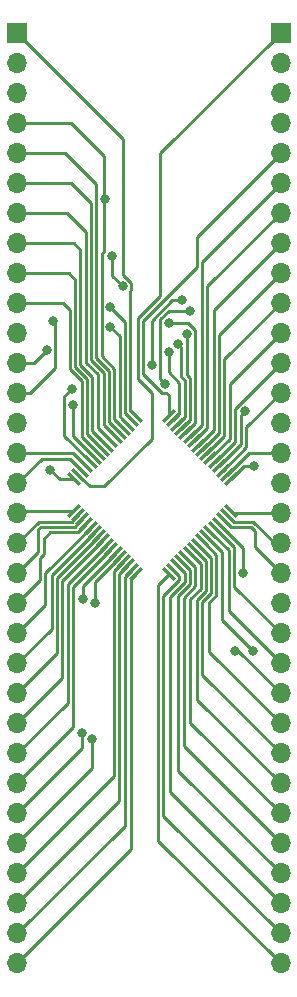
<source format=gbr>
%TF.GenerationSoftware,KiCad,Pcbnew,7.0.5*%
%TF.CreationDate,2023-07-24T11:34:01-05:00*%
%TF.ProjectId,AcoplePic32,41636f70-6c65-4506-9963-33322e6b6963,rev?*%
%TF.SameCoordinates,Original*%
%TF.FileFunction,Copper,L1,Top*%
%TF.FilePolarity,Positive*%
%FSLAX46Y46*%
G04 Gerber Fmt 4.6, Leading zero omitted, Abs format (unit mm)*
G04 Created by KiCad (PCBNEW 7.0.5) date 2023-07-24 11:34:01*
%MOMM*%
%LPD*%
G01*
G04 APERTURE LIST*
G04 Aperture macros list*
%AMRotRect*
0 Rectangle, with rotation*
0 The origin of the aperture is its center*
0 $1 length*
0 $2 width*
0 $3 Rotation angle, in degrees counterclockwise*
0 Add horizontal line*
21,1,$1,$2,0,0,$3*%
G04 Aperture macros list end*
%TA.AperFunction,ComponentPad*%
%ADD10R,1.700000X1.700000*%
%TD*%
%TA.AperFunction,ComponentPad*%
%ADD11O,1.700000X1.700000*%
%TD*%
%TA.AperFunction,SMDPad,CuDef*%
%ADD12RotRect,0.279400X1.346200X45.000000*%
%TD*%
%TA.AperFunction,SMDPad,CuDef*%
%ADD13RotRect,0.279400X1.346200X315.000000*%
%TD*%
%TA.AperFunction,ViaPad*%
%ADD14C,0.800000*%
%TD*%
%TA.AperFunction,Conductor*%
%ADD15C,0.250000*%
%TD*%
G04 APERTURE END LIST*
D10*
%TO.P,J1,1,Pin_1*%
%TO.N,Net-(J1-Pin_1)*%
X110869709Y-51898058D03*
D11*
%TO.P,J1,2,Pin_2*%
%TO.N,MuEnable1H*%
X110869709Y-54438058D03*
%TO.P,J1,3,Pin_3*%
%TO.N,MuEnable1L*%
X110869709Y-56978058D03*
%TO.P,J1,4,Pin_4*%
%TO.N,An17*%
X110869709Y-59518058D03*
%TO.P,J1,5,Pin_5*%
%TO.N,Net-(J1-Pin_5)*%
X110869709Y-62058058D03*
%TO.P,J1,6,Pin_6*%
%TO.N,Net-(J1-Pin_6)*%
X110869709Y-64598058D03*
%TO.P,J1,7,Pin_7*%
%TO.N,Net-(J1-Pin_7)*%
X110869709Y-67138058D03*
%TO.P,J1,8,Pin_8*%
%TO.N,Net-(J1-Pin_8)*%
X110869709Y-69678058D03*
%TO.P,J1,9,Pin_9*%
%TO.N,VSS9*%
X110869709Y-72218058D03*
%TO.P,J1,10,Pin_10*%
%TO.N,Net-(J1-Pin_10)*%
X110869709Y-74758058D03*
%TO.P,J1,11,Pin_11*%
%TO.N,MuPWM1H*%
X110869709Y-77298058D03*
%TO.P,J1,12,Pin_12*%
%TO.N,MuPWM1L*%
X110869709Y-79838058D03*
%TO.P,J1,13,Pin_13*%
%TO.N,MuPWM3H*%
X110869709Y-82378058D03*
%TO.P,J1,14,Pin_14*%
%TO.N,MuPWM3L*%
X110869709Y-84918058D03*
%TO.P,J1,15,Pin_15*%
%TO.N,QEIA3*%
X110869709Y-87458058D03*
%TO.P,J1,16,Pin_16*%
%TO.N,QEIB3*%
X110869709Y-89998058D03*
%TO.P,J1,17,Pin_17*%
%TO.N,Net-(J1-Pin_17)*%
X110869709Y-92538058D03*
%TO.P,J1,18,Pin_18*%
%TO.N,Net-(J1-Pin_18)*%
X110869709Y-95078058D03*
%TO.P,J1,19,Pin_19*%
%TO.N,Net-(J1-Pin_19)*%
X110869709Y-97618058D03*
%TO.P,J1,20,Pin_20*%
%TO.N,Net-(J1-Pin_20)*%
X110869709Y-100158058D03*
%TO.P,J1,21,Pin_21*%
%TO.N,Net-(J1-Pin_21)*%
X110869709Y-102698058D03*
%TO.P,J1,22,Pin_22*%
%TO.N,Net-(J1-Pin_22)*%
X110869709Y-105238058D03*
%TO.P,J1,23,Pin_23*%
%TO.N,Net-(J1-Pin_23)*%
X110869709Y-107778058D03*
%TO.P,J1,24,Pin_24*%
%TO.N,Net-(J1-Pin_24)*%
X110869709Y-110318058D03*
%TO.P,J1,25,Pin_25*%
%TO.N,Net-(J1-Pin_25)*%
X110869709Y-112858058D03*
%TO.P,J1,26,Pin_26*%
%TO.N,Net-(J1-Pin_26)*%
X110869709Y-115398058D03*
%TO.P,J1,27,Pin_27*%
%TO.N,MuPWM2H*%
X110869709Y-117938058D03*
%TO.P,J1,28,Pin_28*%
%TO.N,MuPWM2L*%
X110869709Y-120478058D03*
%TO.P,J1,29,Pin_29*%
%TO.N,QEIA2*%
X110869709Y-123018058D03*
%TO.P,J1,30,Pin_30*%
%TO.N,QEIB2*%
X110869709Y-125558058D03*
%TO.P,J1,31,Pin_31*%
%TO.N,Net-(J1-Pin_31)*%
X110869709Y-128098058D03*
%TO.P,J1,32,Pin_32*%
%TO.N,Net-(J1-Pin_32)*%
X110869709Y-130638058D03*
%TD*%
%TO.P,J3,33,Pin_32*%
%TO.N,Net-(J3-Pin_32)*%
X133169709Y-130638058D03*
%TO.P,J3,34,Pin_31*%
%TO.N,Net-(J3-Pin_31)*%
X133169709Y-128098058D03*
%TO.P,J3,35,Pin_30*%
%TO.N,Net-(J3-Pin_30)*%
X133169709Y-125558058D03*
%TO.P,J3,36,Pin_29*%
%TO.N,Net-(J3-Pin_29)*%
X133169709Y-123018058D03*
%TO.P,J3,37,Pin_28*%
%TO.N,Net-(J3-Pin_28)*%
X133169709Y-120478058D03*
%TO.P,J3,38,Pin_27*%
%TO.N,Net-(J3-Pin_27)*%
X133169709Y-117938058D03*
%TO.P,J3,39,Pin_26*%
%TO.N,Net-(J3-Pin_26)*%
X133169709Y-115398058D03*
%TO.P,J3,40,Pin_25*%
%TO.N,Net-(J3-Pin_25)*%
X133169709Y-112858058D03*
%TO.P,J3,41,Pin_24*%
%TO.N,VSS*%
X133169709Y-110318058D03*
%TO.P,J3,42,Pin_23*%
%TO.N,UART_TX*%
X133169709Y-107778058D03*
%TO.P,J3,43,Pin_22*%
%TO.N,RS232TX*%
X133169709Y-105238058D03*
%TO.P,J3,44,Pin_21*%
%TO.N,UART_RX*%
X133169709Y-102698058D03*
%TO.P,J3,45,Pin_20*%
%TO.N,RS232RX*%
X133169709Y-100158058D03*
%TO.P,J3,46,Pin_19*%
%TO.N,Net-(J3-Pin_19)*%
X133169709Y-97618058D03*
%TO.P,J3,47,Pin_18*%
%TO.N,Net-(J3-Pin_18)*%
X133169709Y-95078058D03*
%TO.P,J3,48,Pin_17*%
%TO.N,Net-(J3-Pin_17)*%
X133169709Y-92538058D03*
%TO.P,J3,49,Pin_16*%
%TO.N,Net-(J3-Pin_16)*%
X133169709Y-89998058D03*
%TO.P,J3,50,Pin_15*%
%TO.N,Net-(J3-Pin_15)*%
X133169709Y-87458058D03*
%TO.P,J3,51,Pin_14*%
%TO.N,QEIB1*%
X133169709Y-84918058D03*
%TO.P,J3,52,Pin_13*%
%TO.N,QEIA1*%
X133169709Y-82378058D03*
%TO.P,J3,53,Pin_12*%
%TO.N,Net-(J3-Pin_12)*%
X133169709Y-79838058D03*
%TO.P,J3,54,Pin_11*%
%TO.N,Net-(J3-Pin_11)*%
X133169709Y-77298058D03*
%TO.P,J3,55,Pin_10*%
%TO.N,Net-(J3-Pin_10)*%
X133169709Y-74758058D03*
%TO.P,J3,56,Pin_9*%
%TO.N,Net-(J3-Pin_9)*%
X133169709Y-72218058D03*
%TO.P,J3,57,Pin_8*%
%TO.N,Net-(J3-Pin_8)*%
X133169709Y-69678058D03*
%TO.P,J3,58,Pin_7*%
%TO.N,Net-(J3-Pin_7)*%
X133169709Y-67138058D03*
%TO.P,J3,59,Pin_6*%
%TO.N,Net-(J3-Pin_6)*%
X133169709Y-64598058D03*
%TO.P,J3,60,Pin_5*%
%TO.N,Net-(J3-Pin_5)*%
X133169709Y-62058058D03*
%TO.P,J3,61,Pin_4*%
%TO.N,MuEnable3L*%
X133169709Y-59518058D03*
%TO.P,J3,62,Pin_3*%
%TO.N,MuEnable3H*%
X133169709Y-56978058D03*
%TO.P,J3,63,Pin_2*%
%TO.N,MuEnable2L*%
X133169709Y-54438058D03*
D10*
%TO.P,J3,64,Pin_1*%
%TO.N,MuEnable2H*%
X133169709Y-51898058D03*
%TD*%
D12*
%TO.P,U1,1,TCK/RPA7/PWM10H/PWM4L/PMD5/RA7*%
%TO.N,Net-(J1-Pin_1)*%
X120971651Y-84334175D03*
%TO.P,U1,2,RPB14/PWM1H/VBUSON1/PMD6/RB14*%
%TO.N,MuPWM1H*%
X120618098Y-84687728D03*
%TO.P,U1,3,RPB15/PWM7H/PWM1L/PMD7/RB15*%
%TO.N,MuPWM1L*%
X120264544Y-85041282D03*
%TO.P,U1,4,AN19/CVD19/RPG6/PMA5/RG6*%
%TO.N,An17*%
X119910991Y-85394835D03*
%TO.P,U1,5,AN18/CVD18/RPG7/PMA4/RG7*%
%TO.N,Net-(J1-Pin_5)*%
X119557437Y-85748389D03*
%TO.P,U1,6,AN17/CVD17/RPG8/PMA3/RG8*%
%TO.N,Net-(J1-Pin_6)*%
X119203884Y-86101942D03*
%TO.P,U1,7,MCLR*%
%TO.N,Net-(J1-Pin_7)*%
X118850331Y-86455495D03*
%TO.P,U1,8,AN16/CVD16/RPG9/PMA2/RG9*%
%TO.N,Net-(J1-Pin_8)*%
X118496777Y-86809049D03*
%TO.P,U1,9,VSS*%
%TO.N,VSS9*%
X118143224Y-87162602D03*
%TO.P,U1,10,VDD*%
%TO.N,Net-(J1-Pin_10)*%
X117789670Y-87516156D03*
%TO.P,U1,11,AN10/CVD10/RPA12/RA12*%
%TO.N,MuEnable1H*%
X117436117Y-87869709D03*
%TO.P,U1,12,AN9/CVD9/RPA11/USBOEN1/RA11*%
%TO.N,MuEnable1L*%
X117082564Y-88223262D03*
%TO.P,U1,13,OA2OUT/AN0/C2IN4-/C4IN3-/RPA0/RA0*%
%TO.N,QEIA3*%
X116729010Y-88576816D03*
%TO.P,U1,14,OA2IN+/AN1/C2IN1+/RPA1/RA1*%
%TO.N,QEIB3*%
X116375457Y-88930369D03*
%TO.P,U1,15,PGD3/VREF-/OA2IN-/AN2/C2IN1-/RPB0/CTED2/RB0*%
%TO.N,MuEnable2H*%
X116021903Y-89283923D03*
%TO.P,U1,16,PGC3/OA1OUT/VREF+/AN3/C1IN4-/C4IN2-/RPB1/CTED1/PMA6/RB1*%
%TO.N,MuEnable2L*%
X115668350Y-89637476D03*
D13*
%TO.P,U1,17,PGC1/OA1IN+/AN4/C1IN1+/C1IN3-/C2IN3-/RPB2/RB2*%
%TO.N,Net-(J1-Pin_17)*%
X115668350Y-92362524D03*
%TO.P,U1,18,PGD1/OA1IN-/AN5/CTCMP/C1IN1-/RTCC/RPB3/RB3*%
%TO.N,Net-(J1-Pin_18)*%
X116021903Y-92716077D03*
%TO.P,U1,19,AVDD*%
%TO.N,Net-(J1-Pin_19)*%
X116375457Y-93069631D03*
%TO.P,U1,20,AVSS*%
%TO.N,Net-(J1-Pin_20)*%
X116729010Y-93423184D03*
%TO.P,U1,21,OA3OUT/AN6/CVD6/C3IN4-/C4IN1+/C4IN4-/RPC0/RC0*%
%TO.N,Net-(J1-Pin_21)*%
X117082564Y-93776738D03*
%TO.P,U1,22,OA3IN-/AN7/CVD7/C3IN1-/C4IN1-/RPC1/PMA7/RC1*%
%TO.N,Net-(J1-Pin_22)*%
X117436117Y-94130291D03*
%TO.P,U1,23,OA3IN+/AN8/CVD8/C3IN1+/C3IN3-/RPC2/FLT3/PMA13/RC2*%
%TO.N,Net-(J1-Pin_23)*%
X117789670Y-94483844D03*
%TO.P,U1,24,AN11/CVD11/C1IN2-/FLT4/PMA12/RC11*%
%TO.N,Net-(J1-Pin_24)*%
X118143224Y-94837398D03*
%TO.P,U1,25,VSS*%
%TO.N,Net-(J1-Pin_25)*%
X118496777Y-95190951D03*
%TO.P,U1,26,VDD*%
%TO.N,Net-(J1-Pin_26)*%
X118850331Y-95544505D03*
%TO.P,U1,27,AN12/CVD12/C2IN2-/C5IN2-/FLT5/PMA11/RE12*%
%TO.N,MuEnable3H*%
X119203884Y-95898058D03*
%TO.P,U1,28,AN13/CVD13/C3IN2-/FLT6/PMA10/RE13*%
%TO.N,MuEnable3L*%
X119557437Y-96251611D03*
%TO.P,U1,29,AN14/CVD14/RPE14/FLT7/PMA1/RE14*%
%TO.N,QEIA2*%
X119910991Y-96605165D03*
%TO.P,U1,30,AN15/CVD15/RPE15/FLT8/PMA0/RE15*%
%TO.N,QEIB2*%
X120264544Y-96958718D03*
%TO.P,U1,31,TDI/DAC3/AN26/CVD26/RPA8/PMA9/RA8*%
%TO.N,Net-(J1-Pin_31)*%
X120618098Y-97312272D03*
%TO.P,U1,32,FLT15/RPB4/PMA8/RB4*%
%TO.N,Net-(J1-Pin_32)*%
X120971651Y-97665825D03*
D12*
%TO.P,U1,33,OA5IN+/DAC1/AN24/CVD24/C5IN1+/C5IN3-/RPA4/T1CK/RA4*%
%TO.N,Net-(J3-Pin_32)*%
X123696699Y-97665825D03*
%TO.P,U1,34,VBUS*%
%TO.N,Net-(J3-Pin_31)*%
X124050252Y-97312272D03*
%TO.P,U1,35,VUSB3V3*%
%TO.N,Net-(J3-Pin_30)*%
X124403806Y-96958718D03*
%TO.P,U1,36,D-*%
%TO.N,Net-(J3-Pin_29)*%
X124757359Y-96605165D03*
%TO.P,U1,37,D+*%
%TO.N,Net-(J3-Pin_28)*%
X125110913Y-96251611D03*
%TO.P,U1,38,VDD*%
%TO.N,Net-(J3-Pin_27)*%
X125464466Y-95898058D03*
%TO.P,U1,39,OSCI/CLKI/AN49/CVD49/RPC12/RC12*%
%TO.N,Net-(J3-Pin_26)*%
X125818019Y-95544505D03*
%TO.P,U1,40,OSCO/CLKO/RPC15/RC15*%
%TO.N,Net-(J3-Pin_25)*%
X126171573Y-95190951D03*
%TO.P,U1,41,VSS*%
%TO.N,VSS*%
X126525126Y-94837398D03*
%TO.P,U1,42,RD8*%
%TO.N,Net-(J3-Pin_16)*%
X126878680Y-94483844D03*
%TO.P,U1,43,PGD2/RPB5/USBID1/RB5*%
%TO.N,RS232TX*%
X127232233Y-94130291D03*
%TO.P,U1,44,PGC2/RPB6/SCK2/PMA15/RB6*%
%TO.N,UART_RX*%
X127585786Y-93776738D03*
%TO.P,U1,45,DAC2/AN48/CVD48/RPC10/PMA14/PMCS/RC10*%
%TO.N,MuRS232RX*%
X127939340Y-93423184D03*
%TO.P,U1,46,OA5OUT/AN25/CVD25/C5IN4-/RPB7/SCK1/INT0/RB7*%
%TO.N,Net-(J3-Pin_19)*%
X128292893Y-93069631D03*
%TO.P,U1,47,SOSCI/RPC13/RC13*%
%TO.N,Net-(J3-Pin_18)*%
X128646447Y-92716077D03*
%TO.P,U1,48,SOSCO/RPB8/RB8*%
%TO.N,Net-(J3-Pin_17)*%
X129000000Y-92362524D03*
D13*
%TO.P,U1,49,TMS/OA5IN-/AN27/CVD27/C5IN1-/RPB9/RB9*%
%TO.N,UART_TX*%
X129000000Y-89637476D03*
%TO.P,U1,50,TRCLK/RPC6/PWM6H/RC6*%
%TO.N,Net-(J3-Pin_15)*%
X128646447Y-89283923D03*
%TO.P,U1,51,TRD0/RPC7/PWM12H/PWM6L/RC7*%
%TO.N,QEIA1*%
X128292893Y-88930369D03*
%TO.P,U1,52,TRD1/RPC8/PWM5H/PMWR/RC8*%
%TO.N,QEIB1*%
X127939340Y-88576816D03*
%TO.P,U1,53,TRD2/RPD5/PWM12H/PMRD/RD5*%
%TO.N,Net-(J3-Pin_12)*%
X127585786Y-88223262D03*
%TO.P,U1,54,TRD3/RPD6/PWM12L/RD6*%
%TO.N,Net-(J3-Pin_11)*%
X127232233Y-87869709D03*
%TO.P,U1,55,RPC9/PWM11H/PWM5L/RC9*%
%TO.N,Net-(J3-Pin_10)*%
X126878680Y-87516156D03*
%TO.P,U1,56,VSS*%
%TO.N,Net-(J3-Pin_9)*%
X126525126Y-87162602D03*
%TO.P,U1,57,VDD*%
%TO.N,Net-(J3-Pin_8)*%
X126171573Y-86809049D03*
%TO.P,U1,58,RPF0/PWM11H/RF0*%
%TO.N,Net-(J3-Pin_7)*%
X125818019Y-86455495D03*
%TO.P,U1,59,RPF1/PWM11L/RF1*%
%TO.N,Net-(J3-Pin_6)*%
X125464466Y-86101942D03*
%TO.P,U1,60,RPB10/PWM3H/PMD0/RB10*%
%TO.N,MuPWM3H*%
X125110913Y-85748389D03*
%TO.P,U1,61,RPB11/PWM9H/PWM3L/PMD1/RB11*%
%TO.N,MuPWM3L*%
X124757359Y-85394835D03*
%TO.P,U1,62,RPB12/PWM2H/PMD2/RB12*%
%TO.N,MuPWM2H*%
X124403806Y-85041282D03*
%TO.P,U1,63,RPB13/PWM8H/PWM2L/CTPLS/PMD3/RB13*%
%TO.N,MuPWM2L*%
X124050252Y-84687728D03*
%TO.P,U1,64,TDO/PWM4H/PMD4/RA10*%
%TO.N,Net-(J3-Pin_5)*%
X123696699Y-84334175D03*
%TD*%
D14*
%TO.N,MuEnable1H*%
X115603700Y-83362800D03*
%TO.N,MuEnable1L*%
X115544600Y-81991200D03*
%TO.N,MuPWM1H*%
X118751100Y-75082400D03*
%TO.N,MuPWM1L*%
X118750600Y-76758800D03*
X113385600Y-78740000D03*
%TO.N,MuPWM3H*%
X119792500Y-73329800D03*
X123723400Y-76428600D03*
X113893600Y-76301600D03*
X118897400Y-70739000D03*
%TO.N,MuPWM3L*%
X125222000Y-77343000D03*
%TO.N,MuEnable3H*%
X122263500Y-80010000D03*
X124802300Y-74520243D03*
X116408200Y-99822000D03*
%TO.N,MuEnable3L*%
X117449600Y-100126800D03*
X125526800Y-75387200D03*
X123418600Y-81610200D03*
%TO.N,MuPWM2L*%
X117223560Y-111665489D03*
X123723400Y-78917800D03*
%TO.N,MuPWM2H*%
X124497500Y-78206600D03*
X116382800Y-111125000D03*
%TO.N,MuEnable2L*%
X113690400Y-88849200D03*
%TO.N,UART_TX*%
X130937000Y-88519000D03*
X129311400Y-104216200D03*
%TO.N,QEIB1*%
X130200400Y-83921600D03*
%TO.N,Net-(J3-Pin_16)*%
X130810000Y-104165400D03*
%TO.N,MuRS232RX*%
X129971800Y-97561400D03*
%TO.N,An17*%
X118300600Y-65976600D03*
%TD*%
D15*
%TO.N,MuEnable1H*%
X115603700Y-86037292D02*
X117436117Y-87869709D01*
X115603700Y-83362800D02*
X115603700Y-86037292D01*
%TO.N,MuEnable1L*%
X115544600Y-81991200D02*
X114878700Y-82657100D01*
X114878700Y-86019398D02*
X117082564Y-88223262D01*
X114878700Y-82657100D02*
X114878700Y-86019398D01*
%TO.N,Net-(J1-Pin_5)*%
X114940858Y-62058058D02*
X110869709Y-62058058D01*
X119557437Y-85748389D02*
X118639600Y-84830552D01*
X117576100Y-79410601D02*
X117576100Y-64693300D01*
X118639600Y-80474101D02*
X117576100Y-79410601D01*
X117576100Y-64693300D02*
X114940858Y-62058058D01*
X118639600Y-84830552D02*
X118639600Y-80474101D01*
%TO.N,Net-(J1-Pin_6)*%
X117126100Y-79596997D02*
X117126100Y-66275300D01*
X117126100Y-66275300D02*
X115448858Y-64598058D01*
X118189600Y-80660497D02*
X117126100Y-79596997D01*
X118189600Y-85087658D02*
X118189600Y-80660497D01*
X119203884Y-86101942D02*
X118189600Y-85087658D01*
X115448858Y-64598058D02*
X110869709Y-64598058D01*
%TO.N,Net-(J1-Pin_7)*%
X118850331Y-86455495D02*
X117678200Y-85283364D01*
X117678200Y-80785493D02*
X116676100Y-79783393D01*
X115118658Y-67138058D02*
X110869709Y-67138058D01*
X116676100Y-68695500D02*
X115118658Y-67138058D01*
X117678200Y-85283364D02*
X117678200Y-80785493D01*
X116676100Y-79783393D02*
X116676100Y-68695500D01*
%TO.N,Net-(J1-Pin_8)*%
X116226100Y-79969789D02*
X116226100Y-70252100D01*
X118496777Y-86809049D02*
X117228200Y-85540472D01*
X115652058Y-69678058D02*
X110869709Y-69678058D01*
X116226100Y-70252100D02*
X115652058Y-69678058D01*
X117228200Y-80971889D02*
X116226100Y-79969789D01*
X117228200Y-85540472D02*
X117228200Y-80971889D01*
%TO.N,Net-(J1-Pin_10)*%
X115326100Y-80342581D02*
X115326100Y-75371900D01*
X116328200Y-86054686D02*
X116328200Y-81344681D01*
X114712258Y-74758058D02*
X110869709Y-74758058D01*
X117789670Y-87516156D02*
X116328200Y-86054686D01*
X115326100Y-75371900D02*
X114712258Y-74758058D01*
X116328200Y-81344681D02*
X115326100Y-80342581D01*
%TO.N,MuPWM1H*%
X118751100Y-75082400D02*
X119989600Y-76320900D01*
X119989600Y-84059230D02*
X120618098Y-84687728D01*
X119989600Y-76320900D02*
X119989600Y-84059230D01*
%TO.N,MuPWM1L*%
X118750600Y-76758800D02*
X119539600Y-77547800D01*
X119539600Y-77547800D02*
X119539600Y-84316338D01*
X112287542Y-79838058D02*
X110869709Y-79838058D01*
X119539600Y-84316338D02*
X120264544Y-85041282D01*
X113385600Y-78740000D02*
X112287542Y-79838058D01*
%TO.N,MuPWM3H*%
X125947000Y-84912302D02*
X125947000Y-77042695D01*
X118897400Y-72434700D02*
X118897400Y-70739000D01*
X119792500Y-73329800D02*
X118897400Y-72434700D01*
X125332905Y-76428600D02*
X123723400Y-76428600D01*
X125110913Y-85748389D02*
X125947000Y-84912302D01*
X125947000Y-77042695D02*
X125332905Y-76428600D01*
X114110600Y-76518600D02*
X114110600Y-80250200D01*
X113893600Y-76301600D02*
X114110600Y-76518600D01*
X111982742Y-82378058D02*
X110869709Y-82378058D01*
X114110600Y-80250200D02*
X111982742Y-82378058D01*
%TO.N,MuPWM3L*%
X125222000Y-80825781D02*
X125496435Y-81100216D01*
X125496435Y-84655759D02*
X124757359Y-85394835D01*
X125496435Y-81100216D02*
X125496435Y-84655759D01*
X125222000Y-77343000D02*
X125222000Y-80825781D01*
%TO.N,Net-(J1-Pin_1)*%
X120971651Y-84334175D02*
X120439600Y-83802124D01*
X120439600Y-76134504D02*
X120421400Y-76116304D01*
X120517500Y-73029495D02*
X119862600Y-72374595D01*
X119862600Y-60890949D02*
X110869709Y-51898058D01*
X120439600Y-83802124D02*
X120439600Y-76134504D01*
X120517500Y-73630105D02*
X120517500Y-73029495D01*
X120421400Y-73726205D02*
X120517500Y-73630105D01*
X119862600Y-72374595D02*
X119862600Y-60890949D01*
X120421400Y-76116304D02*
X120421400Y-73726205D01*
%TO.N,Net-(J1-Pin_17)*%
X111045243Y-92362524D02*
X110869709Y-92538058D01*
X115668350Y-92362524D02*
X111045243Y-92362524D01*
%TO.N,Net-(J1-Pin_18)*%
X115475720Y-93262260D02*
X112680940Y-93262260D01*
X110869709Y-95073491D02*
X110869709Y-95078058D01*
X116021903Y-92716077D02*
X115475720Y-93262260D01*
X112680940Y-93262260D02*
X110869709Y-95073491D01*
%TO.N,Net-(J1-Pin_19)*%
X112674400Y-93905196D02*
X112674400Y-95813367D01*
X112867336Y-93712260D02*
X112674400Y-93905196D01*
X112674400Y-95813367D02*
X110869709Y-97618058D01*
X115732828Y-93712260D02*
X112867336Y-93712260D01*
X116375457Y-93069631D02*
X115732828Y-93712260D01*
%TO.N,Net-(J1-Pin_20)*%
X115989934Y-94162260D02*
X113685940Y-94162260D01*
X113124400Y-94723800D02*
X113124400Y-95999763D01*
X113124400Y-95999763D02*
X112801400Y-96322763D01*
X112801400Y-96322763D02*
X112801400Y-98226367D01*
X112801400Y-98226367D02*
X110869709Y-100158058D01*
X113685940Y-94162260D02*
X113124400Y-94723800D01*
X116729010Y-93423184D02*
X115989934Y-94162260D01*
%TO.N,Net-(J1-Pin_21)*%
X113251400Y-100316367D02*
X110869709Y-102698058D01*
X117082564Y-93776738D02*
X113251400Y-97607902D01*
X113251400Y-97607902D02*
X113251400Y-100316367D01*
%TO.N,Net-(J1-Pin_23)*%
X117789670Y-94483844D02*
X114242000Y-98031514D01*
X114242000Y-98031514D02*
X114242000Y-104405767D01*
X114242000Y-104405767D02*
X110869709Y-107778058D01*
%TO.N,Net-(J1-Pin_24)*%
X114692000Y-98288622D02*
X114692000Y-106495767D01*
X118143224Y-94837398D02*
X114692000Y-98288622D01*
X114692000Y-106495767D02*
X110869709Y-110318058D01*
%TO.N,Net-(J1-Pin_25)*%
X115142000Y-98545728D02*
X115142000Y-108585767D01*
X115142000Y-108585767D02*
X110869709Y-112858058D01*
X118496777Y-95190951D02*
X115142000Y-98545728D01*
%TO.N,Net-(J1-Pin_26)*%
X118850331Y-95544505D02*
X115592000Y-98802836D01*
X115592000Y-98802836D02*
X115592000Y-110675767D01*
X115592000Y-110675767D02*
X110869709Y-115398058D01*
%TO.N,QEIA3*%
X116729010Y-88576816D02*
X115610252Y-87458058D01*
X115610252Y-87458058D02*
X110869709Y-87458058D01*
%TO.N,Net-(J1-Pin_22)*%
X113792000Y-102315767D02*
X110869709Y-105238058D01*
X117436117Y-94130291D02*
X113792000Y-97774408D01*
X113792000Y-97774408D02*
X113792000Y-102315767D01*
%TO.N,Net-(J1-Pin_31)*%
X119964200Y-97966170D02*
X120618098Y-97312272D01*
X110869709Y-128098058D02*
X119964200Y-119003567D01*
X119964200Y-119003567D02*
X119964200Y-97966170D01*
%TO.N,Net-(J1-Pin_32)*%
X120548400Y-98089076D02*
X120548400Y-120959367D01*
X120548400Y-120959367D02*
X110869709Y-130638058D01*
X120971651Y-97665825D02*
X120548400Y-98089076D01*
%TO.N,MuEnable3H*%
X122263500Y-76226799D02*
X123970056Y-74520243D01*
X119203884Y-95898058D02*
X116408200Y-98693742D01*
X123970056Y-74520243D02*
X124802300Y-74520243D01*
X116408200Y-98693742D02*
X116408200Y-99822000D01*
X122263500Y-80010000D02*
X122263500Y-76226799D01*
%TO.N,MuEnable3L*%
X125526800Y-75387200D02*
X123739495Y-75387200D01*
X122998400Y-76128295D02*
X122998400Y-81190000D01*
X117449600Y-98359448D02*
X119557437Y-96251611D01*
X117449600Y-100126800D02*
X117449600Y-98359448D01*
X122998400Y-81190000D02*
X123418600Y-81610200D01*
X123739495Y-75387200D02*
X122998400Y-76128295D01*
%TO.N,MuPWM2L*%
X123723400Y-80599973D02*
X124596435Y-81473008D01*
X124596435Y-84141545D02*
X124050252Y-84687728D01*
X124596435Y-81473008D02*
X124596435Y-84141545D01*
X117223560Y-111665489D02*
X117223560Y-114124207D01*
X117223560Y-114124207D02*
X110869709Y-120478058D01*
X123723400Y-78917800D02*
X123723400Y-80599973D01*
%TO.N,MuPWM2H*%
X116382800Y-112424967D02*
X116382800Y-111125000D01*
X125046435Y-81286612D02*
X125046435Y-84398653D01*
X124497500Y-78206600D02*
X124772000Y-78481100D01*
X124772000Y-78481100D02*
X124772000Y-81012177D01*
X110869709Y-117938058D02*
X116382800Y-112424967D01*
X124772000Y-81012177D02*
X125046435Y-81286612D01*
X125046435Y-84398653D02*
X124403806Y-85041282D01*
%TO.N,MuEnable2H*%
X122250200Y-82346800D02*
X121088500Y-81185100D01*
X121088500Y-81185100D02*
X121088500Y-76039504D01*
X122986800Y-74141204D02*
X122986800Y-62080967D01*
X121088500Y-76039504D02*
X122986800Y-74141204D01*
X122250200Y-86233000D02*
X122250200Y-82346800D01*
X118211600Y-90271600D02*
X122250200Y-86233000D01*
X117009580Y-90271600D02*
X118211600Y-90271600D01*
X116021903Y-89283923D02*
X117009580Y-90271600D01*
X122986800Y-62080967D02*
X133169709Y-51898058D01*
%TO.N,MuEnable2L*%
X114478676Y-89637476D02*
X113690400Y-88849200D01*
X115668350Y-89637476D02*
X114478676Y-89637476D01*
%TO.N,QEIA2*%
X119064200Y-114823567D02*
X110869709Y-123018058D01*
X119064200Y-97451956D02*
X119064200Y-114823567D01*
X119910991Y-96605165D02*
X119064200Y-97451956D01*
%TO.N,QEIB2*%
X120264544Y-96958718D02*
X119514200Y-97709062D01*
X119514200Y-116913567D02*
X110869709Y-125558058D01*
X119514200Y-97709062D02*
X119514200Y-116913567D01*
%TO.N,UART_TX*%
X130937000Y-88519000D02*
X130118476Y-88519000D01*
X130118476Y-88519000D02*
X129000000Y-89637476D01*
X129607851Y-104216200D02*
X129311400Y-104216200D01*
X133169709Y-107778058D02*
X129607851Y-104216200D01*
%TO.N,QEIB3*%
X112959709Y-87908058D02*
X110869709Y-89998058D01*
X115353146Y-87908058D02*
X112959709Y-87908058D01*
X116375457Y-88930369D02*
X115353146Y-87908058D01*
%TO.N,RS232TX*%
X133169709Y-105238058D02*
X128778000Y-100846349D01*
X128778000Y-100846349D02*
X128778000Y-95676058D01*
X128778000Y-95676058D02*
X127232233Y-94130291D01*
%TO.N,VSS*%
X127746435Y-99482389D02*
X127746435Y-96058707D01*
X127101600Y-100127224D02*
X127746435Y-99482389D01*
X127746435Y-96058707D02*
X126525126Y-94837398D01*
X133169709Y-110318058D02*
X127101600Y-104249949D01*
X127101600Y-104249949D02*
X127101600Y-100127224D01*
%TO.N,UART_RX*%
X129228000Y-98756349D02*
X129228000Y-95418952D01*
X129228000Y-95418952D02*
X127585786Y-93776738D01*
X133169709Y-102698058D02*
X129228000Y-98756349D01*
%TO.N,QEIA1*%
X128292893Y-88930369D02*
X130276600Y-86946662D01*
X130276600Y-86946662D02*
X130276600Y-85271167D01*
X130276600Y-85271167D02*
X133169709Y-82378058D01*
%TO.N,QEIB1*%
X129826600Y-84295400D02*
X130200400Y-83921600D01*
X129826600Y-86689556D02*
X129826600Y-84295400D01*
X127939340Y-88576816D02*
X129826600Y-86689556D01*
%TO.N,Net-(J3-Pin_32)*%
X123696699Y-97665825D02*
X122783600Y-98578924D01*
X122783600Y-98578924D02*
X122783600Y-120251949D01*
X122783600Y-120251949D02*
X133169709Y-130638058D01*
%TO.N,Net-(J3-Pin_31)*%
X123233600Y-99540452D02*
X123233600Y-118161949D01*
X124050252Y-97312272D02*
X124596435Y-97858455D01*
X124596435Y-98177617D02*
X123233600Y-99540452D01*
X124596435Y-97858455D02*
X124596435Y-98177617D01*
X123233600Y-118161949D02*
X133169709Y-128098058D01*
%TO.N,Net-(J3-Pin_30)*%
X133169709Y-125558058D02*
X123774200Y-116162549D01*
X125046435Y-98364013D02*
X125046435Y-97601347D01*
X123774200Y-116162549D02*
X123774200Y-99636248D01*
X123774200Y-99636248D02*
X125046435Y-98364013D01*
X125046435Y-97601347D02*
X124403806Y-96958718D01*
%TO.N,Net-(J3-Pin_29)*%
X124510800Y-99536044D02*
X124510800Y-114359149D01*
X125496435Y-97344241D02*
X125496435Y-98550409D01*
X124757359Y-96605165D02*
X125496435Y-97344241D01*
X125496435Y-98550409D02*
X124510800Y-99536044D01*
X124510800Y-114359149D02*
X133169709Y-123018058D01*
%TO.N,Net-(J3-Pin_28)*%
X125946435Y-97087133D02*
X125110913Y-96251611D01*
X124968000Y-99715240D02*
X125946435Y-98736805D01*
X124968000Y-112276349D02*
X124968000Y-99715240D01*
X125946435Y-98736805D02*
X125946435Y-97087133D01*
X133169709Y-120478058D02*
X124968000Y-112276349D01*
%TO.N,Net-(J3-Pin_27)*%
X125464466Y-95898058D02*
X126396435Y-96830027D01*
X126396435Y-96830027D02*
X126396435Y-98923201D01*
X125526800Y-110295149D02*
X133169709Y-117938058D01*
X126396435Y-98923201D02*
X125526800Y-99792836D01*
X125526800Y-99792836D02*
X125526800Y-110295149D01*
%TO.N,Net-(J3-Pin_26)*%
X126111000Y-99845032D02*
X126846435Y-99109597D01*
X133169709Y-115398058D02*
X126111000Y-108339349D01*
X126111000Y-108339349D02*
X126111000Y-99845032D01*
X126846435Y-99109597D02*
X126846435Y-96572921D01*
X126846435Y-96572921D02*
X125818019Y-95544505D01*
%TO.N,Net-(J3-Pin_25)*%
X126561000Y-100031428D02*
X126561000Y-106249349D01*
X127296435Y-99295993D02*
X126561000Y-100031428D01*
X126561000Y-106249349D02*
X133169709Y-112858058D01*
X127296435Y-96315813D02*
X127296435Y-99295993D01*
X126171573Y-95190951D02*
X127296435Y-96315813D01*
%TO.N,Net-(J3-Pin_16)*%
X128196435Y-101551835D02*
X130810000Y-104165400D01*
X126878680Y-94483844D02*
X128196435Y-95801599D01*
X128196435Y-95801599D02*
X128196435Y-101551835D01*
%TO.N,Net-(J3-Pin_19)*%
X130667864Y-93712260D02*
X128935522Y-93712260D01*
X128935522Y-93712260D02*
X128292893Y-93069631D01*
X130987800Y-95436149D02*
X130987800Y-94032196D01*
X133169709Y-97618058D02*
X130987800Y-95436149D01*
X130987800Y-94032196D02*
X130667864Y-93712260D01*
%TO.N,Net-(J3-Pin_18)*%
X130854260Y-93262260D02*
X129192630Y-93262260D01*
X132670058Y-95078058D02*
X130854260Y-93262260D01*
X129192630Y-93262260D02*
X128646447Y-92716077D01*
X133169709Y-95078058D02*
X132670058Y-95078058D01*
%TO.N,Net-(J3-Pin_17)*%
X133169709Y-92538058D02*
X129175534Y-92538058D01*
X129175534Y-92538058D02*
X129000000Y-92362524D01*
%TO.N,Net-(J3-Pin_15)*%
X130472312Y-87458058D02*
X133169709Y-87458058D01*
X128646447Y-89283923D02*
X130472312Y-87458058D01*
%TO.N,Net-(J3-Pin_12)*%
X129311400Y-83696367D02*
X133169709Y-79838058D01*
X127585786Y-88223262D02*
X129311400Y-86497648D01*
X129311400Y-86497648D02*
X129311400Y-83696367D01*
%TO.N,Net-(J3-Pin_11)*%
X128854200Y-81613567D02*
X133169709Y-77298058D01*
X127232233Y-87869709D02*
X128854200Y-86247742D01*
X128854200Y-86247742D02*
X128854200Y-81613567D01*
%TO.N,Net-(J3-Pin_10)*%
X128404200Y-85990636D02*
X128404200Y-79523567D01*
X126878680Y-87516156D02*
X128404200Y-85990636D01*
X128404200Y-79523567D02*
X133169709Y-74758058D01*
%TO.N,Net-(J3-Pin_9)*%
X127954200Y-77433567D02*
X127954200Y-85733528D01*
X133169709Y-72218058D02*
X127954200Y-77433567D01*
X127954200Y-85733528D02*
X126525126Y-87162602D01*
%TO.N,Net-(J3-Pin_8)*%
X127504200Y-75343567D02*
X127504200Y-85476422D01*
X127504200Y-85476422D02*
X126171573Y-86809049D01*
X133169709Y-69678058D02*
X127504200Y-75343567D01*
%TO.N,Net-(J3-Pin_7)*%
X133169709Y-67138058D02*
X126974600Y-73333167D01*
X126974600Y-73333167D02*
X126974600Y-85298914D01*
X126974600Y-85298914D02*
X125818019Y-86455495D01*
%TO.N,Net-(J3-Pin_6)*%
X126524600Y-85041808D02*
X125464466Y-86101942D01*
X133169709Y-64598058D02*
X126524600Y-71243167D01*
X126524600Y-71243167D02*
X126524600Y-85041808D01*
%TO.N,Net-(J3-Pin_5)*%
X126074600Y-69153167D02*
X133169709Y-62058058D01*
X126074600Y-71689800D02*
X126074600Y-69153167D01*
X123118295Y-82335200D02*
X121538500Y-80755405D01*
X123696699Y-84334175D02*
X123696699Y-82523299D01*
X123508600Y-82335200D02*
X123118295Y-82335200D01*
X121538500Y-80755405D02*
X121538500Y-76225900D01*
X121538500Y-76225900D02*
X126074600Y-71689800D01*
X123696699Y-82523299D02*
X123508600Y-82335200D01*
%TO.N,MuRS232RX*%
X129971800Y-95455644D02*
X129971800Y-97561400D01*
X127939340Y-93423184D02*
X129971800Y-95455644D01*
%TO.N,An17*%
X118237000Y-66040200D02*
X118237000Y-70374095D01*
X118237000Y-65913000D02*
X118237000Y-62286200D01*
X115468858Y-59518058D02*
X110869709Y-59518058D01*
X118025600Y-70585495D02*
X118025600Y-79223705D01*
X119089600Y-84573444D02*
X119910991Y-85394835D01*
X118237000Y-70374095D02*
X118025600Y-70585495D01*
X119089600Y-80287705D02*
X119089600Y-84573444D01*
X118025600Y-79223705D02*
X119089600Y-80287705D01*
X118300600Y-65976600D02*
X118237000Y-66040200D01*
X118300600Y-65976600D02*
X118237000Y-65913000D01*
X118237000Y-62286200D02*
X115468858Y-59518058D01*
%TO.N,VSS9*%
X115776100Y-80156185D02*
X115776100Y-72773900D01*
X118143224Y-87162602D02*
X116778200Y-85797578D01*
X116778200Y-85797578D02*
X116778200Y-81158285D01*
X116778200Y-81158285D02*
X115776100Y-80156185D01*
X115776100Y-72773900D02*
X115220258Y-72218058D01*
X115220258Y-72218058D02*
X110869709Y-72218058D01*
%TD*%
M02*

</source>
